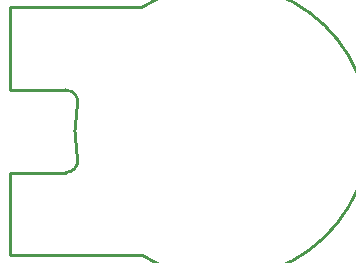
<source format=gbr>
%TF.GenerationSoftware,KiCad,Pcbnew,(6.0.0)*%
%TF.CreationDate,2022-07-17T22:10:51+12:00*%
%TF.ProjectId,MOTOR_TERMINAL_BREAKOUT_25,4d4f544f-525f-4544-9552-4d494e414c5f,0A*%
%TF.SameCoordinates,Original*%
%TF.FileFunction,Profile,NP*%
%FSLAX46Y46*%
G04 Gerber Fmt 4.6, Leading zero omitted, Abs format (unit mm)*
G04 Created by KiCad (PCBNEW (6.0.0)) date 2022-07-17 22:10:51*
%MOMM*%
%LPD*%
G01*
G04 APERTURE LIST*
%TA.AperFunction,Profile*%
%ADD10C,0.250000*%
%TD*%
G04 APERTURE END LIST*
D10*
X202000000Y-153500000D02*
X202000000Y-160500000D01*
X207716203Y-147685185D02*
G75*
G03*
X206733501Y-146500000I-982702J185186D01*
G01*
X213200000Y-160500000D02*
X202000000Y-160500000D01*
X207716204Y-147685185D02*
G75*
G03*
X207716204Y-152314815I12283825J-2314815D01*
G01*
X213200000Y-160500000D02*
G75*
G03*
X213200000Y-139500000I6753046J10500000D01*
G01*
X213200000Y-139500000D02*
X202000000Y-139500000D01*
X202000000Y-139500000D02*
X202000000Y-146500000D01*
X206733501Y-153500000D02*
X202000000Y-153500000D01*
X202000000Y-146500000D02*
X206733501Y-146500000D01*
X206733501Y-153500001D02*
G75*
G03*
X207716204Y-152314815I0J1000000D01*
G01*
M02*

</source>
